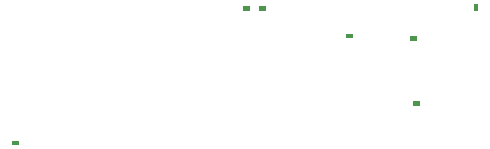
<source format=gbr>
%TF.GenerationSoftware,KiCad,Pcbnew,9.0.0-rc1*%
%TF.CreationDate,2025-02-03T21:42:00-06:00*%
%TF.ProjectId,tempo,74656d70-6f2e-46b6-9963-61645f706362,rev?*%
%TF.SameCoordinates,Original*%
%TF.FileFunction,Glue,Top*%
%TF.FilePolarity,Positive*%
%FSLAX46Y46*%
G04 Gerber Fmt 4.6, Leading zero omitted, Abs format (unit mm)*
G04 Created by KiCad (PCBNEW 9.0.0-rc1) date 2025-02-03 21:42:00*
%MOMM*%
%LPD*%
G01*
G04 APERTURE LIST*
%ADD10C,0.000000*%
G04 APERTURE END LIST*
D10*
%TO.C,R13*%
G36*
X162045000Y-102629900D02*
G01*
X161445000Y-102629900D01*
X161445000Y-102230100D01*
X162045000Y-102230100D01*
X162045000Y-102629900D01*
G37*
%TO.C,R15*%
G36*
X167720000Y-108329900D02*
G01*
X167120000Y-108329900D01*
X167120000Y-107930100D01*
X167720000Y-107930100D01*
X167720000Y-108329900D01*
G37*
%TO.C,R4*%
G36*
X154710000Y-100289900D02*
G01*
X154110000Y-100289900D01*
X154110000Y-99890100D01*
X154710000Y-99890100D01*
X154710000Y-100289900D01*
G37*
%TO.C,R14*%
G36*
X133760000Y-111689900D02*
G01*
X133160000Y-111689900D01*
X133160000Y-111290100D01*
X133760000Y-111290100D01*
X133760000Y-111689900D01*
G37*
%TO.C,R16*%
G36*
X167445000Y-102854900D02*
G01*
X166845000Y-102854900D01*
X166845000Y-102455100D01*
X167445000Y-102455100D01*
X167445000Y-102854900D01*
G37*
%TO.C,R11*%
G36*
X172669900Y-100280000D02*
G01*
X172270100Y-100280000D01*
X172270100Y-99680000D01*
X172669900Y-99680000D01*
X172669900Y-100280000D01*
G37*
%TO.C,R3*%
G36*
X153310000Y-100289900D02*
G01*
X152710000Y-100289900D01*
X152710000Y-99890100D01*
X153310000Y-99890100D01*
X153310000Y-100289900D01*
G37*
%TD*%
M02*

</source>
